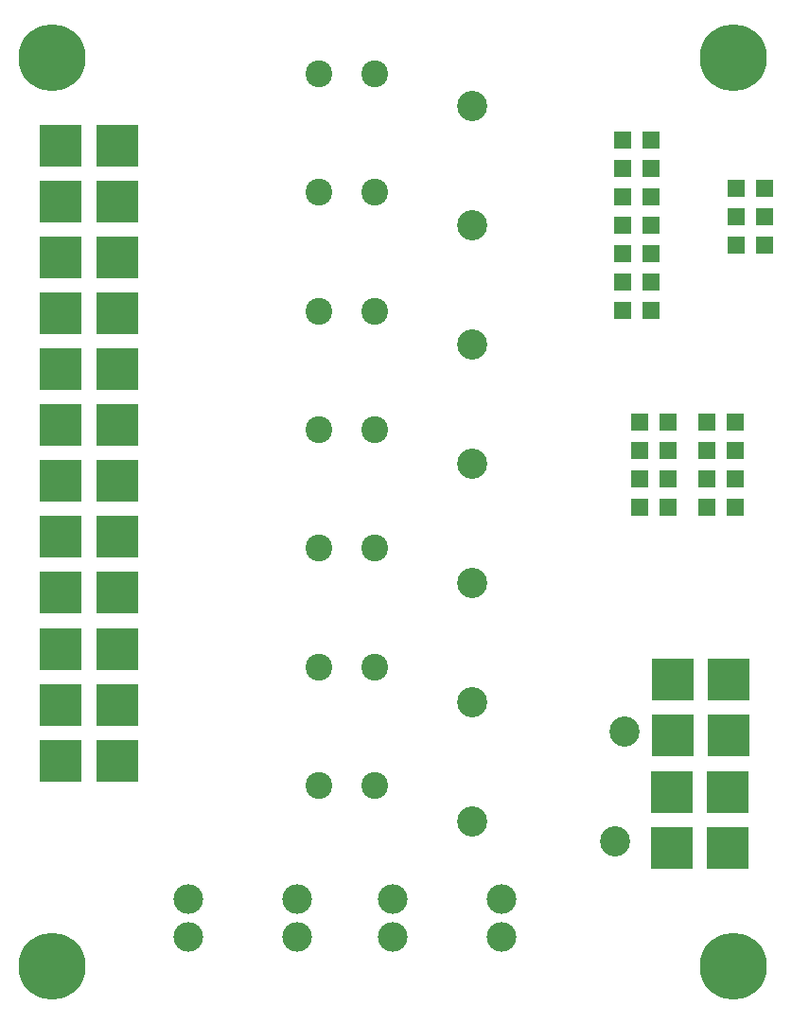
<source format=gbr>
%TF.GenerationSoftware,KiCad,Pcbnew,7.0.5.1-1-g8f565ef7f0-dirty-deb11*%
%TF.CreationDate,2023-07-21T03:36:42+00:00*%
%TF.ProjectId,ISO11446PWR01,49534f31-3134-4343-9650-575230312e6b,rev?*%
%TF.SameCoordinates,Original*%
%TF.FileFunction,Soldermask,Top*%
%TF.FilePolarity,Negative*%
%FSLAX46Y46*%
G04 Gerber Fmt 4.6, Leading zero omitted, Abs format (unit mm)*
G04 Created by KiCad (PCBNEW 7.0.5.1-1-g8f565ef7f0-dirty-deb11) date 2023-07-21 03:36:42*
%MOMM*%
%LPD*%
G01*
G04 APERTURE LIST*
%ADD10R,3.810000X3.810000*%
%ADD11C,6.000000*%
%ADD12C,2.400000*%
%ADD13C,2.650000*%
%ADD14R,1.524000X1.524000*%
%ADD15C,2.700000*%
G04 APERTURE END LIST*
D10*
%TO.C,J3*%
X15928100Y73544000D03*
X10928100Y73544000D03*
%TD*%
D11*
%TO.C,M2*%
X71120000Y91440000D03*
%TD*%
D10*
%TO.C,J4*%
X10928100Y68544000D03*
X15928100Y68544000D03*
%TD*%
D11*
%TO.C,M4*%
X71120000Y10160000D03*
%TD*%
D10*
%TO.C,J21*%
X65597750Y20712000D03*
X70597750Y20712000D03*
%TD*%
D12*
%TO.C,R5*%
X34000000Y47544288D03*
X39000000Y47544288D03*
%TD*%
D10*
%TO.C,J1*%
X15928100Y83544000D03*
X10928100Y83544000D03*
%TD*%
%TO.C,J19*%
X70597750Y25712000D03*
X65597750Y25712000D03*
%TD*%
%TO.C,J7*%
X10928100Y53544000D03*
X15928100Y53544000D03*
%TD*%
D13*
%TO.C,F5*%
X22308000Y16178000D03*
X22308000Y12778000D03*
X32048000Y16178000D03*
X32048000Y12778000D03*
%TD*%
D10*
%TO.C,J13*%
X10928100Y28544000D03*
X15928100Y28544000D03*
%TD*%
D12*
%TO.C,R2*%
X34000000Y79386072D03*
X39000000Y79386072D03*
%TD*%
D10*
%TO.C,J22*%
X70677000Y30812000D03*
X65677000Y30812000D03*
%TD*%
D14*
%TO.C,J15*%
X61214000Y84074000D03*
X63754000Y84074000D03*
X61214000Y81534000D03*
X63754000Y81534000D03*
X61214000Y78994000D03*
X63754000Y78994000D03*
X61214000Y76454000D03*
X63754000Y76454000D03*
X61214000Y73914000D03*
X63754000Y73914000D03*
X61214000Y71374000D03*
X63754000Y71374000D03*
X61214000Y68834000D03*
X63754000Y68834000D03*
%TD*%
D10*
%TO.C,J5*%
X15928100Y63544000D03*
X10928100Y63544000D03*
%TD*%
%TO.C,J9*%
X10928100Y43544000D03*
X15928100Y43544000D03*
%TD*%
D11*
%TO.C,M3*%
X10160000Y10160000D03*
%TD*%
D12*
%TO.C,R6*%
X34000000Y36930360D03*
X39000000Y36930360D03*
%TD*%
D10*
%TO.C,J20*%
X65677000Y35812000D03*
X70677000Y35812000D03*
%TD*%
D12*
%TO.C,R1*%
X34000000Y90000000D03*
X39000000Y90000000D03*
%TD*%
D10*
%TO.C,J10*%
X10928100Y38544000D03*
X15928100Y38544000D03*
%TD*%
D11*
%TO.C,M1*%
X10160000Y91440000D03*
%TD*%
D10*
%TO.C,J2*%
X10928100Y78544000D03*
X15928100Y78544000D03*
%TD*%
D13*
%TO.C,F4*%
X50336000Y12778000D03*
X50336000Y16178000D03*
X40596000Y12778000D03*
X40596000Y16178000D03*
%TD*%
D12*
%TO.C,R3*%
X34000000Y68772144D03*
X39000000Y68772144D03*
%TD*%
D14*
%TO.C,J16*%
X68730000Y58810000D03*
X71270000Y58810000D03*
X68730000Y56270000D03*
X71270000Y56270000D03*
X68730000Y53730000D03*
X71270000Y53730000D03*
X68730000Y51190000D03*
X71270000Y51190000D03*
%TD*%
D12*
%TO.C,R7*%
X34000000Y26316432D03*
X39000000Y26316432D03*
%TD*%
D10*
%TO.C,J6*%
X10928100Y58544000D03*
X15928100Y58544000D03*
%TD*%
D14*
%TO.C,J18*%
X62730000Y58810000D03*
X65270000Y58810000D03*
X62730000Y56270000D03*
X65270000Y56270000D03*
X62730000Y53730000D03*
X65270000Y53730000D03*
X62730000Y51190000D03*
X65270000Y51190000D03*
%TD*%
D10*
%TO.C,J11*%
X15928100Y33544000D03*
X10928100Y33544000D03*
%TD*%
D12*
%TO.C,R4*%
X34000000Y58158216D03*
X39000000Y58158216D03*
%TD*%
D10*
%TO.C,J8*%
X10928100Y48544000D03*
X15928100Y48544000D03*
%TD*%
D14*
%TO.C,J14*%
X73914000Y74676000D03*
X71374000Y74676000D03*
X73914000Y77216000D03*
X71374000Y77216000D03*
X73914000Y79756000D03*
X71374000Y79756000D03*
%TD*%
D15*
%TO.C,D5*%
X47752000Y55118000D03*
%TD*%
%TO.C,D10*%
X61338500Y31162000D03*
%TD*%
%TO.C,D9*%
X60510750Y21326000D03*
%TD*%
%TO.C,D3*%
X47752000Y76454000D03*
%TD*%
%TO.C,D8*%
X47752000Y23114000D03*
%TD*%
%TO.C,D7*%
X47752000Y33782000D03*
%TD*%
%TO.C,D4*%
X47752000Y65786000D03*
%TD*%
%TO.C,D6*%
X47752000Y44450000D03*
%TD*%
%TO.C,D2*%
X47752000Y87122000D03*
%TD*%
M02*

</source>
